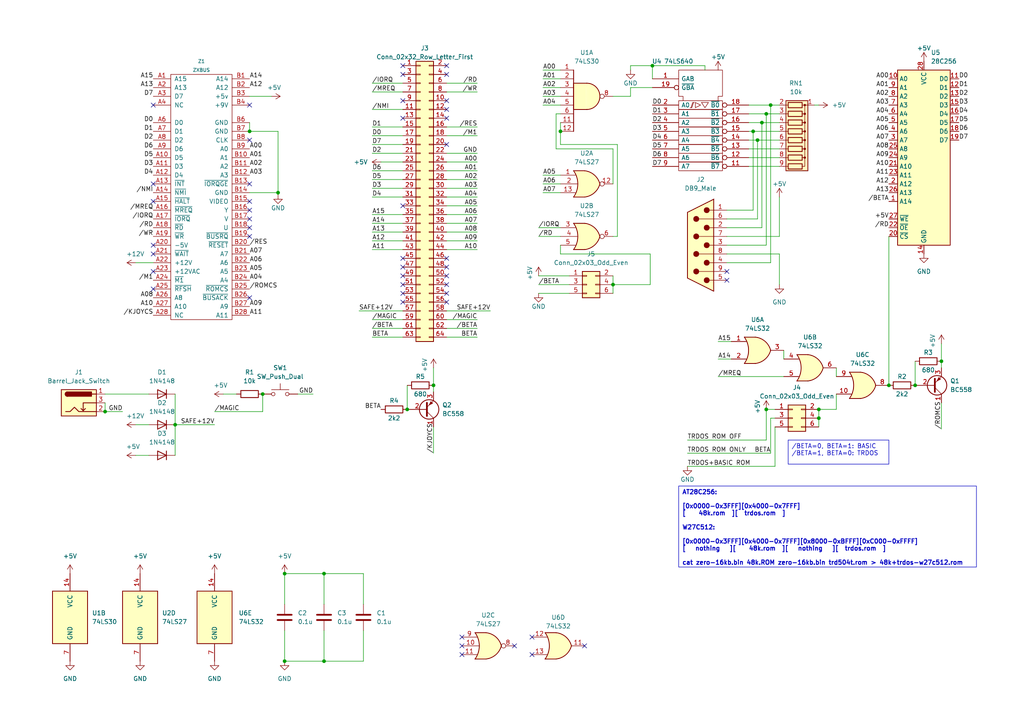
<source format=kicad_sch>
(kicad_sch (version 20230121) (generator eeschema)
  (paper "A4")
  (junction (at 265.43 111.76))
  (junction (at 237.49 121.285))
  (junction (at 257.81 111.76))
  (junction (at 76.2 114.3))
  (junction (at 125.73 111.76))
  (junction (at 80.645 55.88))
  (junction (at 220.98 35.56))
  (junction (at 177.8 82.55))
  (junction (at 93.98 191.77))
  (junction (at 50.8 123.19))
  (junction (at 72.39 38.1))
  (junction (at 273.05 104.775))
  (junction (at 189.23 19.05))
  (junction (at 222.25 118.745))
  (junction (at 162.56 38.1))
  (junction (at 82.55 191.77))
  (junction (at 223.52 30.48))
  (junction (at 82.55 166.37))
  (junction (at 93.98 166.37))
  (junction (at 118.11 118.745))
  (junction (at 218.44 38.1))
  (junction (at 219.71 40.64))
  (junction (at 237.49 118.745))
  (junction (at 30.48 119.38))
  (junction (at 222.25 33.02))
  (no_connect (at 129.54 31.75))
  (no_connect (at 133.985 189.865))
  (no_connect (at 72.39 30.48))
  (no_connect (at 72.39 63.5))
  (no_connect (at 129.54 34.29))
  (no_connect (at 129.54 19.05))
  (no_connect (at 72.39 60.96))
  (no_connect (at 129.54 82.55))
  (no_connect (at 44.45 53.34))
  (no_connect (at 72.39 58.42))
  (no_connect (at 116.84 74.93))
  (no_connect (at 133.985 184.785))
  (no_connect (at 169.545 187.325))
  (no_connect (at 116.84 59.69))
  (no_connect (at 72.39 68.58))
  (no_connect (at 116.84 80.01))
  (no_connect (at 44.45 58.42))
  (no_connect (at 129.54 29.21))
  (no_connect (at 154.305 184.785))
  (no_connect (at 129.54 74.93))
  (no_connect (at 133.985 187.325))
  (no_connect (at 210.82 78.74))
  (no_connect (at 154.305 189.865))
  (no_connect (at 72.39 53.34))
  (no_connect (at 129.54 87.63))
  (no_connect (at 129.54 41.91))
  (no_connect (at 44.45 83.82))
  (no_connect (at 149.225 187.325))
  (no_connect (at 72.39 66.04))
  (no_connect (at 116.84 77.47))
  (no_connect (at 129.54 80.01))
  (no_connect (at 72.39 86.36))
  (no_connect (at 44.45 78.74))
  (no_connect (at 116.84 29.21))
  (no_connect (at 44.45 30.48))
  (no_connect (at 116.84 85.09))
  (no_connect (at 129.54 85.09))
  (no_connect (at 44.45 73.66))
  (no_connect (at 116.84 82.55))
  (no_connect (at 129.54 77.47))
  (no_connect (at 116.84 21.59))
  (no_connect (at 44.45 71.12))
  (no_connect (at 116.84 87.63))
  (no_connect (at 116.84 34.29))
  (no_connect (at 210.82 81.28))
  (no_connect (at 129.54 21.59))
  (no_connect (at 116.84 19.05))
  (no_connect (at 72.39 40.64))
  (wire (pts (xy 129.54 67.31) (xy 138.43 67.31)))
  (wire (pts (xy 118.11 111.76) (xy 118.11 118.745)))
  (wire (pts (xy 104.14 90.17) (xy 116.84 90.17)))
  (wire (pts (xy 217.17 38.1) (xy 218.44 38.1)))
  (wire (pts (xy 237.49 118.745) (xy 237.49 121.285)))
  (wire (pts (xy 64.77 114.3) (xy 68.58 114.3)))
  (wire (pts (xy 210.82 60.96) (xy 218.44 60.96)))
  (wire (pts (xy 50.8 123.19) (xy 50.8 132.08)))
  (wire (pts (xy 220.98 35.56) (xy 226.06 35.56)))
  (wire (pts (xy 182.88 19.05) (xy 189.23 19.05)))
  (wire (pts (xy 162.56 38.1) (xy 162.56 41.91)))
  (wire (pts (xy 224.79 123.825) (xy 224.79 135.255)))
  (wire (pts (xy 107.95 95.25) (xy 116.84 95.25)))
  (wire (pts (xy 107.95 31.75) (xy 116.84 31.75)))
  (wire (pts (xy 82.55 166.37) (xy 82.55 175.26)))
  (wire (pts (xy 107.95 36.83) (xy 116.84 36.83)))
  (wire (pts (xy 182.88 20.32) (xy 182.88 19.05)))
  (wire (pts (xy 82.55 166.37) (xy 93.98 166.37)))
  (wire (pts (xy 107.95 67.31) (xy 116.84 67.31)))
  (wire (pts (xy 237.49 30.48) (xy 236.22 30.48)))
  (wire (pts (xy 222.25 33.02) (xy 226.06 33.02)))
  (wire (pts (xy 30.48 114.3) (xy 43.18 114.3)))
  (wire (pts (xy 210.82 63.5) (xy 219.71 63.5)))
  (wire (pts (xy 177.8 80.01) (xy 177.8 82.55)))
  (wire (pts (xy 210.82 76.2) (xy 223.52 76.2)))
  (wire (pts (xy 82.55 182.88) (xy 82.55 191.77)))
  (wire (pts (xy 210.82 71.12) (xy 222.25 71.12)))
  (wire (pts (xy 162.56 71.12) (xy 162.56 73.66)))
  (wire (pts (xy 129.54 69.85) (xy 138.43 69.85)))
  (wire (pts (xy 129.54 64.77) (xy 138.43 64.77)))
  (wire (pts (xy 107.95 39.37) (xy 116.84 39.37)))
  (wire (pts (xy 224.79 118.745) (xy 222.25 118.745)))
  (wire (pts (xy 223.52 30.48) (xy 226.06 30.48)))
  (wire (pts (xy 157.48 25.4) (xy 162.56 25.4)))
  (wire (pts (xy 129.54 36.83) (xy 138.43 36.83)))
  (wire (pts (xy 199.39 135.255) (xy 224.79 135.255)))
  (wire (pts (xy 72.39 38.1) (xy 80.645 38.1)))
  (wire (pts (xy 156.21 80.01) (xy 165.1 80.01)))
  (wire (pts (xy 162.56 41.91) (xy 179.07 41.91)))
  (wire (pts (xy 93.98 166.37) (xy 105.41 166.37)))
  (wire (pts (xy 162.56 73.66) (xy 188.595 73.66)))
  (wire (pts (xy 162.56 35.56) (xy 162.56 38.1)))
  (wire (pts (xy 157.48 27.94) (xy 162.56 27.94)))
  (wire (pts (xy 210.82 66.04) (xy 220.98 66.04)))
  (wire (pts (xy 129.54 52.07) (xy 138.43 52.07)))
  (wire (pts (xy 129.54 57.15) (xy 138.43 57.15)))
  (wire (pts (xy 125.73 106.68) (xy 125.73 111.76)))
  (wire (pts (xy 199.39 127.635) (xy 222.25 127.635)))
  (wire (pts (xy 161.29 33.02) (xy 161.29 43.18)))
  (wire (pts (xy 93.98 191.77) (xy 105.41 191.77)))
  (wire (pts (xy 107.95 49.53) (xy 116.84 49.53)))
  (wire (pts (xy 218.44 38.1) (xy 226.06 38.1)))
  (wire (pts (xy 39.37 123.19) (xy 43.18 123.19)))
  (wire (pts (xy 188.595 82.55) (xy 177.8 82.55)))
  (wire (pts (xy 157.48 53.34) (xy 162.56 53.34)))
  (wire (pts (xy 157.48 22.86) (xy 162.56 22.86)))
  (wire (pts (xy 208.28 104.14) (xy 212.09 104.14)))
  (wire (pts (xy 107.95 26.67) (xy 116.84 26.67)))
  (wire (pts (xy 72.39 55.88) (xy 80.645 55.88)))
  (wire (pts (xy 177.8 82.55) (xy 177.8 85.09)))
  (wire (pts (xy 107.95 52.07) (xy 116.84 52.07)))
  (wire (pts (xy 105.41 182.88) (xy 105.41 191.77)))
  (wire (pts (xy 227.33 104.14) (xy 227.33 101.6)))
  (wire (pts (xy 204.47 19.05) (xy 204.47 20.32)))
  (wire (pts (xy 273.05 99.695) (xy 273.05 104.775)))
  (wire (pts (xy 125.73 111.76) (xy 125.73 113.665)))
  (wire (pts (xy 265.43 104.775) (xy 265.43 111.76)))
  (wire (pts (xy 129.54 92.71) (xy 138.43 92.71)))
  (wire (pts (xy 179.07 41.91) (xy 179.07 68.58)))
  (wire (pts (xy 182.88 27.94) (xy 182.88 25.4)))
  (wire (pts (xy 82.55 191.77) (xy 93.98 191.77)))
  (wire (pts (xy 217.17 45.72) (xy 226.06 45.72)))
  (wire (pts (xy 157.48 50.8) (xy 162.56 50.8)))
  (wire (pts (xy 107.95 72.39) (xy 116.84 72.39)))
  (wire (pts (xy 80.645 56.515) (xy 80.645 55.88)))
  (wire (pts (xy 107.95 57.15) (xy 116.84 57.15)))
  (wire (pts (xy 226.06 68.58) (xy 210.82 68.58)))
  (wire (pts (xy 129.54 54.61) (xy 138.43 54.61)))
  (wire (pts (xy 273.05 124.46) (xy 273.05 116.84)))
  (wire (pts (xy 80.645 55.88) (xy 80.645 38.1)))
  (wire (pts (xy 129.54 44.45) (xy 138.43 44.45)))
  (wire (pts (xy 50.8 123.19) (xy 62.23 123.19)))
  (wire (pts (xy 162.56 33.02) (xy 161.29 33.02)))
  (wire (pts (xy 107.95 41.91) (xy 116.84 41.91)))
  (wire (pts (xy 129.54 46.99) (xy 138.43 46.99)))
  (wire (pts (xy 39.37 76.2) (xy 44.45 76.2)))
  (wire (pts (xy 222.25 118.745) (xy 222.25 127.635)))
  (wire (pts (xy 125.73 131.445) (xy 125.73 123.825)))
  (wire (pts (xy 129.54 26.67) (xy 138.43 26.67)))
  (wire (pts (xy 129.54 39.37) (xy 138.43 39.37)))
  (wire (pts (xy 107.95 24.13) (xy 116.84 24.13)))
  (wire (pts (xy 30.48 119.38) (xy 35.56 119.38)))
  (wire (pts (xy 208.28 109.22) (xy 227.33 109.22)))
  (wire (pts (xy 93.98 175.26) (xy 93.98 166.37)))
  (wire (pts (xy 129.54 90.17) (xy 142.24 90.17)))
  (wire (pts (xy 129.54 62.23) (xy 138.43 62.23)))
  (wire (pts (xy 30.48 116.84) (xy 30.48 119.38)))
  (wire (pts (xy 107.95 64.77) (xy 116.84 64.77)))
  (wire (pts (xy 257.81 68.58) (xy 257.81 111.76)))
  (wire (pts (xy 226.06 57.15) (xy 226.06 68.58)))
  (wire (pts (xy 237.49 121.285) (xy 237.49 123.825)))
  (wire (pts (xy 107.95 92.71) (xy 116.84 92.71)))
  (wire (pts (xy 223.52 121.285) (xy 224.79 121.285)))
  (wire (pts (xy 189.23 19.05) (xy 204.47 19.05)))
  (wire (pts (xy 242.57 118.745) (xy 237.49 118.745)))
  (wire (pts (xy 189.23 22.86) (xy 189.23 19.05)))
  (wire (pts (xy 217.17 35.56) (xy 220.98 35.56)))
  (wire (pts (xy 107.95 97.79) (xy 116.84 97.79)))
  (wire (pts (xy 182.88 25.4) (xy 189.23 25.4)))
  (wire (pts (xy 226.06 73.66) (xy 226.06 82.55)))
  (wire (pts (xy 223.52 131.445) (xy 223.52 121.285)))
  (wire (pts (xy 107.95 54.61) (xy 116.84 54.61)))
  (wire (pts (xy 226.06 73.66) (xy 210.82 73.66)))
  (wire (pts (xy 39.37 132.08) (xy 43.18 132.08)))
  (wire (pts (xy 242.57 114.3) (xy 242.57 118.745)))
  (wire (pts (xy 78.74 27.94) (xy 72.39 27.94)))
  (wire (pts (xy 157.48 30.48) (xy 162.56 30.48)))
  (wire (pts (xy 76.2 114.3) (xy 76.2 119.38)))
  (wire (pts (xy 110.49 46.99) (xy 116.84 46.99)))
  (wire (pts (xy 223.52 76.2) (xy 223.52 30.48)))
  (wire (pts (xy 222.25 71.12) (xy 222.25 33.02)))
  (wire (pts (xy 105.41 175.26) (xy 105.41 166.37)))
  (wire (pts (xy 177.8 27.94) (xy 182.88 27.94)))
  (wire (pts (xy 156.21 82.55) (xy 165.1 82.55)))
  (wire (pts (xy 208.28 99.06) (xy 212.09 99.06)))
  (wire (pts (xy 107.95 62.23) (xy 116.84 62.23)))
  (wire (pts (xy 217.17 40.64) (xy 219.71 40.64)))
  (wire (pts (xy 129.54 59.69) (xy 138.43 59.69)))
  (wire (pts (xy 50.8 114.3) (xy 50.8 123.19)))
  (wire (pts (xy 199.39 131.445) (xy 223.52 131.445)))
  (wire (pts (xy 217.17 30.48) (xy 223.52 30.48)))
  (wire (pts (xy 217.17 43.18) (xy 226.06 43.18)))
  (wire (pts (xy 93.98 182.88) (xy 93.98 191.77)))
  (wire (pts (xy 129.54 72.39) (xy 138.43 72.39)))
  (wire (pts (xy 219.71 63.5) (xy 219.71 40.64)))
  (wire (pts (xy 177.8 43.18) (xy 177.8 53.34)))
  (wire (pts (xy 157.48 55.88) (xy 162.56 55.88)))
  (wire (pts (xy 156.21 66.04) (xy 162.56 66.04)))
  (wire (pts (xy 217.17 33.02) (xy 222.25 33.02)))
  (wire (pts (xy 157.48 20.32) (xy 162.56 20.32)))
  (wire (pts (xy 217.17 48.26) (xy 226.06 48.26)))
  (wire (pts (xy 242.57 109.22) (xy 242.57 106.68)))
  (wire (pts (xy 107.95 69.85) (xy 116.84 69.85)))
  (wire (pts (xy 179.07 68.58) (xy 177.8 68.58)))
  (wire (pts (xy 188.595 73.66) (xy 188.595 82.55)))
  (wire (pts (xy 161.29 43.18) (xy 177.8 43.18)))
  (wire (pts (xy 219.71 40.64) (xy 226.06 40.64)))
  (wire (pts (xy 107.95 44.45) (xy 116.84 44.45)))
  (wire (pts (xy 156.21 68.58) (xy 162.56 68.58)))
  (wire (pts (xy 129.54 95.25) (xy 138.43 95.25)))
  (wire (pts (xy 86.36 114.3) (xy 90.805 114.3)))
  (wire (pts (xy 72.39 35.56) (xy 72.39 38.1)))
  (wire (pts (xy 62.23 119.38) (xy 76.2 119.38)))
  (wire (pts (xy 129.54 24.13) (xy 138.43 24.13)))
  (wire (pts (xy 129.54 97.79) (xy 138.43 97.79)))
  (wire (pts (xy 220.98 66.04) (xy 220.98 35.56)))
  (wire (pts (xy 273.05 104.775) (xy 273.05 106.68)))
  (wire (pts (xy 129.54 49.53) (xy 138.43 49.53)))
  (wire (pts (xy 218.44 60.96) (xy 218.44 38.1)))
  (wire (pts (xy 156.21 85.09) (xy 165.1 85.09)))
  (text_box "/BETA=0, BETA=1: BASIC\n/BETA=1, BETA=0: TRDOS" (at 228.6 127.635 0) (size 29.21 6.985) (effects (font (size 1.27 1.27)) (justify left top)))
  (text_box "AT28C256:\n\n[0x0000-0x3FFF][0x4000-0x7FFF]\n[    48k.rom  ][  trdos.rom  ]\n\nW27C512:\n\n[0x0000-0x3FFF][0x4000-0x7FFF][0x8000-0xBFFF][0xC000-0xFFFF]\n[   nothing   ][    48k.rom  ][   nothing   ][  trdos.rom  ]\n\ncat zero-16kb.bin 48k.ROM zero-16kb.bin trd504t.rom > 48k+trdos-w27c512.rom" (at 196.85 140.97 0) (size 86.36 23.495) (effects (font (size 1.27 1.27) (thickness 0.254) bold) (justify left top)))
  (label "A02" (at 138.43 52.07 180))
  (label "D4" (at 44.45 50.8 180))
  (label "A15" (at 107.95 62.23 0))
  (label "A11" (at 72.39 91.44 0))
  (label "{slash}BETA" (at 138.43 95.25 180))
  (label "A09" (at 257.81 45.72 180))
  (label "SAFE+12V" (at 104.14 90.17 0))
  (label "{slash}MAGIC" (at 107.95 92.71 0))
  (label "{slash}MREQ" (at 107.95 26.67 0))
  (label "D7" (at 278.13 40.64 0))
  (label "D0" (at 278.13 22.86 0))
  (label "D5" (at 189.23 43.18 0))
  (label "D2" (at 107.95 44.45 0))
  (label "{slash}M1" (at 44.45 81.28 180))
  (label "{slash}NMI" (at 107.95 31.75 0))
  (label "TRDOS+BASIC ROM" (at 199.39 135.255 0))
  (label "A01" (at 72.39 45.72 0))
  (label "BETA" (at 223.52 131.445 180))
  (label "A01" (at 157.48 22.86 0))
  (label "D3" (at 44.45 48.26 180))
  (label "{slash}NMI" (at 44.45 55.88 180))
  (label "D5" (at 107.95 52.07 0))
  (label "A03" (at 138.43 54.61 180))
  (label "A12" (at 107.95 69.85 0))
  (label "{slash}MREQ" (at 44.45 60.96 180))
  (label "{slash}MAGIC" (at 62.23 119.38 0))
  (label "A00" (at 138.43 46.99 180))
  (label "D7" (at 44.45 27.94 180))
  (label "D6" (at 107.95 49.53 0))
  (label "D1" (at 189.23 33.02 0))
  (label "A01" (at 138.43 49.53 180))
  (label "{slash}ROMCS" (at 273.05 124.46 90))
  (label "A04" (at 138.43 57.15 180))
  (label "{slash}IORQ" (at 44.45 63.5 180))
  (label "{slash}WR" (at 44.45 68.58 180))
  (label "D6" (at 189.23 45.72 0))
  (label "BETA" (at 110.49 118.745 180))
  (label "{slash}MREQ" (at 208.28 109.22 0))
  (label "D6" (at 278.13 38.1 0))
  (label "{slash}RD" (at 138.43 24.13 180))
  (label "D0" (at 44.45 35.56 180))
  (label "D3" (at 189.23 38.1 0))
  (label "{slash}M1" (at 138.43 39.37 180))
  (label "{slash}RES" (at 138.43 36.83 180))
  (label "A09" (at 72.39 88.9 0))
  (label "A00" (at 257.81 22.86 180))
  (label "D3" (at 107.95 54.61 0))
  (label "D5" (at 44.45 45.72 180))
  (label "A06" (at 72.39 76.2 0))
  (label "A02" (at 72.39 48.26 0))
  (label "D0" (at 107.95 39.37 0))
  (label "A13" (at 44.45 25.4 180))
  (label "{slash}BETA" (at 156.21 82.55 0))
  (label "{slash}BETA" (at 257.81 58.42 180))
  (label "A13" (at 107.95 67.31 0))
  (label "D3" (at 278.13 30.48 0))
  (label "{slash}KJOYCS" (at 125.73 131.445 90))
  (label "{slash}RES" (at 72.39 71.12 0))
  (label "A12" (at 257.81 53.34 180))
  (label "A07" (at 157.48 55.88 0))
  (label "D2" (at 44.45 40.64 180))
  (label "A15" (at 208.28 99.06 0))
  (label "GND" (at 138.43 44.45 180))
  (label "A07" (at 138.43 64.77 180))
  (label "A05" (at 157.48 50.8 0))
  (label "A03" (at 72.39 50.8 0))
  (label "A12" (at 72.39 25.4 0))
  (label "A15" (at 44.45 22.86 180))
  (label "{slash}KJOYCS" (at 44.45 91.44 180))
  (label "{slash}ROMCS" (at 72.39 83.82 0))
  (label "GND" (at 35.56 119.38 180))
  (label "A03" (at 257.81 30.48 180))
  (label "A00" (at 72.39 43.18 0))
  (label "D5" (at 278.13 35.56 0))
  (label "{slash}RD" (at 257.81 66.04 180))
  (label "A01" (at 257.81 25.4 180))
  (label "D0" (at 189.23 30.48 0))
  (label "A13" (at 257.81 55.88 180))
  (label "D4" (at 189.23 40.64 0))
  (label "+5V" (at 257.81 63.5 180))
  (label "A06" (at 138.43 62.23 180))
  (label "D7" (at 189.23 48.26 0))
  (label "A04" (at 72.39 81.28 0))
  (label "A11" (at 257.81 50.8 180))
  (label "D2" (at 278.13 27.94 0))
  (label "D1" (at 107.95 36.83 0))
  (label "GND" (at 90.805 114.3 180))
  (label "A07" (at 72.39 73.66 0))
  (label "A02" (at 157.48 25.4 0))
  (label "SAFE+12V" (at 142.24 90.17 180))
  (label "A02" (at 257.81 27.94 180))
  (label "A08" (at 44.45 86.36 180))
  (label "D6" (at 44.45 43.18 180))
  (label "A05" (at 138.43 59.69 180))
  (label "{slash}BETA" (at 107.95 95.25 0))
  (label "TRDOS ROM ONLY" (at 199.39 131.445 0))
  (label "A14" (at 72.39 22.86 0))
  (label "A05" (at 72.39 78.74 0))
  (label "{slash}WR" (at 138.43 26.67 180))
  (label "TRDOS ROM OFF" (at 199.39 127.635 0))
  (label "{slash}IORQ" (at 156.21 66.04 0))
  (label "A09" (at 138.43 69.85 180))
  (label "D7" (at 107.95 41.91 0))
  (label "A08" (at 257.81 43.18 180))
  (label "A14" (at 208.28 104.14 0))
  (label "SAFE+12V" (at 62.23 123.19 180))
  (label "BETA" (at 138.43 97.79 180))
  (label "D2" (at 189.23 35.56 0))
  (label "A14" (at 107.95 64.77 0))
  (label "{slash}RD" (at 44.45 66.04 180))
  (label "A11" (at 107.95 72.39 0))
  (label "BETA" (at 107.95 97.79 0))
  (label "A08" (at 138.43 67.31 180))
  (label "A06" (at 257.81 38.1 180))
  (label "A10" (at 44.45 88.9 180))
  (label "D4" (at 107.95 57.15 0))
  (label "A04" (at 257.81 33.02 180))
  (label "A10" (at 138.43 72.39 180))
  (label "A06" (at 157.48 53.34 0))
  (label "A10" (at 257.81 48.26 180))
  (label "{slash}MAGIC" (at 138.43 92.71 180))
  (label "A05" (at 257.81 35.56 180))
  (label "D1" (at 44.45 38.1 180))
  (label "A03" (at 157.48 27.94 0))
  (label "D4" (at 278.13 33.02 0))
  (label "{slash}IORQ" (at 107.95 24.13 0))
  (label "{slash}RD" (at 156.21 68.58 0))
  (label "A00" (at 157.48 20.32 0))
  (label "D1" (at 278.13 25.4 0))
  (label "A04" (at 157.48 30.48 0))
  (label "A07" (at 257.81 40.64 180))
  (symbol (lib_id "power:GND") (at 226.06 82.55 0) (unit 1)
    (property "Reference" "#PWR0118" (effects hide))
    (property "Value" "GND" (at 226.06 87.63 0))
  )
  (symbol (lib_id "Memory_EEPROM:28C256") (at 267.97 45.72 0) (unit 1)
    (property "Reference" "U5" (at 269.9894 15.24 0) (effects (justify left)))
    (property "Value" "28C256" (at 269.9894 17.78 0) (effects (justify left)))
    (property "Footprint" "Package_DIP:DIP-28_W15.24mm" (effects hide))
    (property "Datasheet" "http://ww1.microchip.com/downloads/en/DeviceDoc/doc0006.pdf" (effects hide))
  )
  (symbol (lib_id "power:GND") (at 62.23 191.77 0) (unit 1)
    (property "Reference" "#PWR0105" (effects hide))
    (property "Value" "GND" (at 62.23 196.85 0))
  )
  (symbol (lib_id "power:+5V") (at 40.64 166.37 0) (unit 1)
    (property "Reference" "#PWR0103" (effects hide))
    (property "Value" "+5V" (at 40.64 161.29 0))
  )
  (symbol (lib_id "power:GND") (at 20.32 191.77 0) (unit 1)
    (property "Reference" "#PWR0101" (effects hide))
    (property "Value" "GND" (at 20.32 196.85 0))
  )
  (symbol (lib_id "power:+5V") (at 82.55 166.37 0) (unit 1)
    (property "Reference" "#PWR0108" (effects hide))
    (property "Value" "+5V" (at 82.55 161.29 0))
  )
  (symbol (lib_id "Device:R") (at 261.62 111.76 90) (unit 1)
    (property "Reference" "R2" (at 261.62 109.22 90))
    (property "Value" "2k2" (at 261.62 114.3 90))
    (property "Footprint" "Resistor_THT:R_Axial_DIN0207_L6.3mm_D2.5mm_P7.62mm_Horizontal" (effects hide))
  )
  (symbol (lib_id "Diode:1N4148") (at 46.99 114.3 180) (unit 1)
    (property "Reference" "D1" (at 46.99 107.95 0))
    (property "Value" "1N4148" (at 46.99 110.49 0))
    (property "Footprint" "Diode_THT:D_DO-35_SOD27_P7.62mm_Horizontal" (effects hide))
    (property "Datasheet" "https://assets.nexperia.com/documents/data-sheet/1N4148_1N4448.pdf" (effects hide))
  )
  (symbol (lib_id "power:+5V") (at 237.49 30.48 270) (unit 1)
    (property "Reference" "#PWR0116" (effects hide))
    (property "Value" "+5V" (at 241.3 30.4799 90) (effects (justify left)))
  )
  (symbol (lib_id "Device:R") (at 269.24 104.775 90) (unit 1)
    (property "Reference" "R3" (at 269.24 102.235 90))
    (property "Value" "680" (at 269.24 107.315 90))
    (property "Footprint" "Resistor_THT:R_Axial_DIN0207_L6.3mm_D2.5mm_P7.62mm_Horizontal" (effects hide))
  )
  (symbol (lib_id "Connector:DB9_Male") (at 203.2 71.12 180) (unit 1)
    (property "Reference" "J2" (at 203.2 52.07 0))
    (property "Value" "DB9_Male" (at 203.2 54.61 0))
    (property "Footprint" "Connector_Dsub:DSUB-9_Male_Horizontal_P2.77x2.84mm_EdgePinOffset4.94mm_Housed_MountingHolesOffset7.48mm" (effects hide))
    (property "Datasheet" " ~" (effects hide))
  )
  (symbol (lib_id "74xx:74LS32") (at 250.19 111.76 0) (unit 3)
    (property "Reference" "U6" (at 250.19 102.87 0))
    (property "Value" "74LS32" (at 250.19 105.41 0))
    (property "Footprint" "Package_DIP:DIP-14_W7.62mm" (effects hide))
    (property "Datasheet" "http://www.ti.com/lit/gpn/sn74LS32" (effects hide))
  )
  (symbol (lib_id "ZX-BUS:ZXBUS") (at 49.53 104.14 0) (unit 1)
    (property "Reference" "Z1" (at 58.42 17.78 0) (effects (font (size 0.9906 0.9906))))
    (property "Value" "ZXBUS" (at 58.42 20.32 0) (effects (font (size 0.9906 0.9906))))
    (property "Footprint" "RobikBUS:ZXBUS Slot Connector" (effects hide))
  )
  (symbol (lib_id "power:GND") (at 182.88 20.32 0) (unit 1)
    (property "Reference" "#PWR0114" (effects hide))
    (property "Value" "GND" (at 182.88 24.13 0))
  )
  (symbol (lib_id "power:+12V") (at 39.37 123.19 90) (unit 1)
    (property "Reference" "#PWR0124" (effects hide))
    (property "Value" "+12V" (at 41.91 120.65 90) (effects (justify left)))
  )
  (symbol (lib_id "Transistor_BJT:BC558") (at 123.19 118.745 0) (mirror x) (unit 1)
    (property "Reference" "Q2" (at 128.27 117.4749 0) (effects (justify left)))
    (property "Value" "BC558" (at 128.27 120.0149 0) (effects (justify left)))
    (property "Footprint" "Package_TO_SOT_THT:TO-92_Inline_Wide" (effects hide))
    (property "Datasheet" "https://www.onsemi.com/pub/Collateral/BC556BTA-D.pdf" (effects hide))
  )
  (symbol (lib_id "power:+5V") (at 208.28 20.32 0) (unit 1)
    (property "Reference" "#PWR0113" (effects hide))
    (property "Value" "+5V" (at 208.28 16.51 0))
  )
  (symbol (lib_id "power:+5V") (at 273.05 99.695 0) (unit 1)
    (property "Reference" "#PWR0117" (effects hide))
    (property "Value" "+5V" (at 270.51 100.965 90) (effects (justify left)))
  )
  (symbol (lib_id "Diode:1N4148") (at 46.99 132.08 180) (unit 1)
    (property "Reference" "D3" (at 46.99 125.73 0))
    (property "Value" "1N4148" (at 46.99 128.27 0))
    (property "Footprint" "Diode_THT:D_DO-35_SOD27_P7.62mm_Horizontal" (effects hide))
    (property "Datasheet" "https://assets.nexperia.com/documents/data-sheet/1N4148_1N4448.pdf" (effects hide))
  )
  (symbol (lib_id "74xx:74LS27") (at 40.64 179.07 0) (unit 4)
    (property "Reference" "U2" (at 46.99 177.7999 0) (effects (justify left)))
    (property "Value" "74LS27" (at 46.99 180.3399 0) (effects (justify left)))
    (property "Footprint" "Package_DIP:DIP-14_W7.62mm" (effects hide))
    (property "Datasheet" "http://www.ti.com/lit/gpn/sn74LS27" (effects hide))
  )
  (symbol (lib_id "power:+5V") (at 78.74 27.94 270) (unit 1)
    (property "Reference" "#PWR0121" (effects hide))
    (property "Value" "+5V" (at 77.47 25.4 90) (effects (justify left)))
  )
  (symbol (lib_id "Device:C") (at 105.41 179.07 0) (unit 1)
    (property "Reference" "C1" (at 109.22 177.7999 0) (effects (justify left)))
    (property "Value" "0.1u" (at 109.22 180.3399 0) (effects (justify left)))
    (property "Footprint" "Capacitor_THT:C_Disc_D3.8mm_W2.6mm_P2.50mm" (effects hide))
  )
  (symbol (lib_id "power:+12V") (at 39.37 76.2 90) (unit 1)
    (property "Reference" "#PWR0122" (effects hide))
    (property "Value" "+12V" (at 41.91 73.66 90) (effects (justify left)))
  )
  (symbol (lib_id "power:+5V") (at 110.49 46.99 90) (mirror x) (unit 1)
    (property "Reference" "#PWR0119" (effects hide))
    (property "Value" "+5V" (at 106.68 46.99 90) (effects (justify left)))
  )
  (symbol (lib_id "74xx_IEEE:74LS640") (at 203.2 36.83 0) (unit 1)
    (property "Reference" "U4" (at 190.5 17.78 0))
    (property "Value" "74LS640" (at 196.85 17.78 0))
    (property "Footprint" "Package_DIP:DIP-20_W7.62mm" (effects hide))
  )
  (symbol (lib_id "power:GND") (at 40.64 191.77 0) (unit 1)
    (property "Reference" "#PWR0104" (effects hide))
    (property "Value" "GND" (at 40.64 196.85 0))
  )
  (symbol (lib_id "power:GND") (at 267.97 73.66 0) (unit 1)
    (property "Reference" "#PWR0111" (effects hide))
    (property "Value" "GND" (at 267.97 78.74 0))
  )
  (symbol (lib_id "74xx:74LS27") (at 170.18 68.58 0) (unit 2)
    (property "Reference" "U2" (at 170.18 59.69 0))
    (property "Value" "74LS27" (at 170.18 62.23 0))
    (property "Footprint" "Package_DIP:DIP-14_W7.62mm" (effects hide))
    (property "Datasheet" "http://www.ti.com/lit/gpn/sn74LS27" (effects hide))
  )
  (symbol (lib_id "Device:C") (at 82.55 179.07 0) (unit 1)
    (property "Reference" "C2" (at 86.36 177.7999 0) (effects (justify left)))
    (property "Value" "0.1u" (at 86.36 180.3399 0) (effects (justify left)))
    (property "Footprint" "Capacitor_THT:C_Disc_D3.8mm_W2.6mm_P2.50mm" (effects hide))
  )
  (symbol (lib_id "Connector:Barrel_Jack_Switch") (at 22.86 116.84 0) (unit 1)
    (property "Reference" "J1" (at 22.86 107.95 0))
    (property "Value" "Barrel_Jack_Switch" (at 22.86 110.49 0))
    (property "Footprint" "Connector_BarrelJack:BarrelJack_Horizontal" (effects hide))
  )
  (symbol (lib_id "power:+5V") (at 39.37 132.08 90) (unit 1)
    (property "Reference" "#PWR0123" (effects hide))
    (property "Value" "+5V" (at 40.64 129.54 90) (effects (justify left)))
  )
  (symbol (lib_id "power:GND") (at 82.55 191.77 0) (unit 1)
    (property "Reference" "#PWR0109" (effects hide))
    (property "Value" "GND" (at 82.55 196.85 0))
  )
  (symbol (lib_id "74xx:74LS30") (at 20.32 179.07 0) (unit 2)
    (property "Reference" "U1" (at 26.67 177.7999 0) (effects (justify left)))
    (property "Value" "74LS30" (at 26.67 180.3399 0) (effects (justify left)))
    (property "Footprint" "Package_DIP:DIP-14_W7.62mm" (effects hide))
    (property "Datasheet" "http://www.ti.com/lit/gpn/sn74LS30" (effects hide))
  )
  (symbol (lib_id "74xx:74LS30") (at 170.18 27.94 0) (unit 1)
    (property "Reference" "U1" (at 170.18 15.24 0))
    (property "Value" "74LS30" (at 170.18 17.78 0))
    (property "Footprint" "Package_DIP:DIP-14_W7.62mm" (effects hide))
    (property "Datasheet" "http://www.ti.com/lit/gpn/sn74LS30" (effects hide))
  )
  (symbol (lib_id "power:+5V") (at 62.23 166.37 0) (unit 1)
    (property "Reference" "#PWR0106" (effects hide))
    (property "Value" "+5V" (at 62.23 161.29 0))
  )
  (symbol (lib_id "Device:R") (at 72.39 114.3 90) (unit 1)
    (property "Reference" "R1" (at 72.39 107.95 90))
    (property "Value" "10k" (at 72.39 110.49 90))
    (property "Footprint" "Resistor_THT:R_Axial_DIN0207_L6.3mm_D2.5mm_P7.62mm_Horizontal" (effects hide))
  )
  (symbol (lib_id "power:GND") (at 199.39 135.255 0) (unit 1)
    (property "Reference" "#PWR02" (effects hide))
    (property "Value" "GND" (at 199.39 139.065 0))
  )
  (symbol (lib_id "power:+5V") (at 267.97 17.78 0) (unit 1)
    (property "Reference" "#PWR0112" (effects hide))
    (property "Value" "+5V" (at 267.97 13.97 0))
  )
  (symbol (lib_id "Switch:SW_Push") (at 81.28 114.3 0) (unit 1)
    (property "Reference" "SW1" (at 81.28 106.68 0))
    (property "Value" "SW_Push_Dual" (at 81.28 109.22 0))
    (property "Footprint" "Button_Switch_THT:SW_TH_Tactile_Omron_B3F-10xx" (effects hide))
  )
  (symbol (lib_id "Connector_Generic:Conn_02x32_Odd_Even") (at 121.92 57.15 0) (unit 1)
    (property "Reference" "J3" (at 123.19 13.97 0))
    (property "Value" "Conn_02x32_Row_Letter_First" (at 123.19 16.51 0))
    (property "Footprint" "Connector_PinHeader_2.54mm:PinHeader_2x32_P2.54mm_Vertical" (effects hide))
  )
  (symbol (lib_id "power:+5V") (at 156.21 80.01 0) (unit 1)
    (property "Reference" "#PWR04" (effects hide))
    (property "Value" "+5V" (at 153.67 81.28 90) (effects (justify left)))
  )
  (symbol (lib_id "power:+5V") (at 125.73 106.68 0) (unit 1)
    (property "Reference" "#PWR01" (effects hide))
    (property "Value" "+5V" (at 123.19 107.95 90) (effects (justify left)))
  )
  (symbol (lib_id "74xx:74LS32") (at 161.925 187.325 0) (unit 4)
    (property "Reference" "U6" (at 161.925 179.07 0))
    (property "Value" "74LS32" (at 161.925 181.61 0))
    (property "Footprint" "Package_DIP:DIP-14_W7.62mm" (effects hide))
    (property "Datasheet" "http://www.ti.com/lit/gpn/sn74LS32" (effects hide))
  )
  (symbol (lib_id "Device:R") (at 114.3 118.745 90) (unit 1)
    (property "Reference" "R4" (at 114.3 116.205 90))
    (property "Value" "2k2" (at 114.3 121.285 90))
    (property "Footprint" "Resistor_THT:R_Axial_DIN0207_L6.3mm_D2.5mm_P7.62mm_Horizontal" (effects hide))
  )
  (symbol (lib_id "Connector_Generic:Conn_02x03_Odd_Even") (at 170.18 82.55 0) (unit 1)
    (property "Reference" "J5" (at 171.45 73.66 0))
    (property "Value" "Conn_02x03_Odd_Even" (at 171.45 76.2 0))
    (property "Footprint" "Connector_PinHeader_2.54mm:PinHeader_2x03_P2.54mm_Vertical" (effects hide))
  )
  (symbol (lib_id "power:+5V") (at 20.32 166.37 0) (unit 1)
    (property "Reference" "#PWR0102" (effects hide))
    (property "Value" "+5V" (at 20.32 161.29 0))
  )
  (symbol (lib_id "74xx:74LS32") (at 62.23 179.07 0) (unit 5)
    (property "Reference" "U6" (at 69.215 177.8 0) (effects (justify left)))
    (property "Value" "74LS32" (at 69.215 180.34 0) (effects (justify left)))
    (property "Footprint" "Package_DIP:DIP-14_W7.62mm" (effects hide))
    (property "Datasheet" "http://www.ti.com/lit/gpn/sn74LS32" (effects hide))
  )
  (symbol (lib_id "Transistor_BJT:BC558") (at 270.51 111.76 0) (mirror x) (unit 1)
    (property "Reference" "Q1" (at 275.59 110.4899 0) (effects (justify left)))
    (property "Value" "BC558" (at 275.59 113.0299 0) (effects (justify left)))
    (property "Footprint" "Package_TO_SOT_THT:TO-92_Inline_Wide" (effects hide))
    (property "Datasheet" "https://www.onsemi.com/pub/Collateral/BC556BTA-D.pdf" (effects hide))
  )
  (symbol (lib_id "power:+5V") (at 222.25 118.745 0) (unit 1)
    (property "Reference" "#PWR03" (effects hide))
    (property "Value" "+5V" (at 219.71 120.015 90) (effects (justify left)))
  )
  (symbol (lib_id "power:+5V") (at 226.06 57.15 0) (unit 1)
    (property "Reference" "#PWR0115" (effects hide))
    (property "Value" "+5V" (at 226.06 53.34 0))
  )
  (symbol (lib_id "Device:R") (at 121.92 111.76 90) (unit 1)
    (property "Reference" "R5" (at 121.92 109.22 90))
    (property "Value" "680" (at 121.92 114.3 90))
    (property "Footprint" "Resistor_THT:R_Axial_DIN0207_L6.3mm_D2.5mm_P7.62mm_Horizontal" (effects hide))
  )
  (symbol (lib_id "power:GND") (at 80.645 56.515 0) (unit 1)
    (property "Reference" "#PWR0120" (effects hide))
    (property "Value" "GND" (at 80.645 60.325 0))
  )
  (symbol (lib_id "Device:R_Network08") (at 231.14 40.64 270) (unit 1)
    (property "Reference" "RN1" (at 230.886 24.13 90))
    (property "Value" "10k" (at 230.886 26.67 90))
    (property "Footprint" "Resistor_THT:R_Array_SIP9" (effects hide))
    (property "Datasheet" "http://www.vishay.com/docs/31509/csc.pdf" (effects hide))
  )
  (symbol (lib_id "Device:C") (at 93.98 179.07 0) (unit 1)
    (property "Reference" "C3" (at 97.79 177.7999 0) (effects (justify left)))
    (property "Value" "0.1u" (at 97.79 180.3399 0) (effects (justify left)))
    (property "Footprint" "Capacitor_THT:C_Disc_D3.8mm_W2.6mm_P2.50mm" (effects hide))
  )
  (symbol (lib_id "74xx:74LS27") (at 170.18 53.34 0) (unit 1)
    (property "Reference" "U2" (at 170.18 44.45 0))
    (property "Value" "74LS27" (at 170.18 46.99 0))
    (property "Footprint" "Package_DIP:DIP-14_W7.62mm" (effects hide))
    (property "Datasheet" "http://www.ti.com/lit/gpn/sn74LS27" (effects hide))
  )
  (symbol (lib_id "Diode:1N4148") (at 46.99 123.19 180) (unit 1)
    (property "Reference" "D2" (at 46.99 116.84 0))
    (property "Value" "1N4148" (at 46.99 119.38 0))
    (property "Footprint" "Diode_THT:D_DO-35_SOD27_P7.62mm_Horizontal" (effects hide))
    (property "Datasheet" "https://assets.nexperia.com/documents/data-sheet/1N4148_1N4448.pdf" (effects hide))
  )
  (symbol (lib_id "Connector_Generic:Conn_02x03_Odd_Even") (at 229.87 121.285 0) (unit 1)
    (property "Reference" "J4" (at 231.14 112.395 0))
    (property "Value" "Conn_02x03_Odd_Even" (at 231.14 114.935 0))
    (property "Footprint" "Connector_PinHeader_2.54mm:PinHeader_2x03_P2.54mm_Vertical" (effects hide))
  )
  (symbol (lib_id "power:+5V") (at 64.77 114.3 90) (unit 1)
    (property "Reference" "#PWR0107" (effects hide))
    (property "Value" "+5V" (at 66.04 111.76 90) (effects (justify left)))
  )
  (symbol (lib_id "74xx:74LS27") (at 141.605 187.325 0) (unit 3)
    (property "Reference" "U2" (at 141.605 178.435 0))
    (property "Value" "74LS27" (at 141.605 180.975 0))
    (property "Footprint" "Package_DIP:DIP-14_W7.62mm" (effects hide))
    (property "Datasheet" "http://www.ti.com/lit/gpn/sn74LS27" (effects hide))
  )
  (symbol (lib_id "power:GND") (at 156.21 85.09 0) (unit 1)
    (property "Reference" "#PWR05" (effects hide))
    (property "Value" "GND" (at 156.21 88.9 0))
  )
  (symbol (lib_id "74xx:74LS32") (at 234.95 106.68 0) (unit 2)
    (property "Reference" "U6" (at 234.95 97.79 0))
    (property "Value" "74LS32" (at 234.95 100.33 0))
    (property "Footprint" "Package_DIP:DIP-14_W7.62mm" (effects hide))
    (property "Datasheet" "http://www.ti.com/lit/gpn/sn74LS32" (effects hide))
  )
  (symbol (lib_id "74xx:74LS32") (at 219.71 101.6 0) (unit 1)
    (property "Reference" "U6" (at 219.71 92.71 0))
    (property "Value" "74LS32" (at 219.71 95.25 0))
    (property "Footprint" "Package_DIP:DIP-14_W7.62mm" (effects hide))
    (property "Datasheet" "http://www.ti.com/lit/gpn/sn74LS32" (effects hide))
  )
)
</source>
